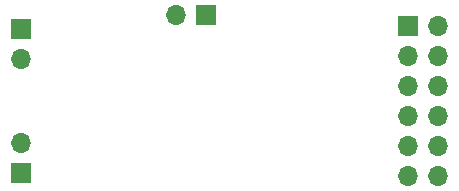
<source format=gbr>
%TF.GenerationSoftware,KiCad,Pcbnew,7.0.10*%
%TF.CreationDate,2024-02-14T05:56:45+09:00*%
%TF.ProjectId,drv8833,64727638-3833-4332-9e6b-696361645f70,rev?*%
%TF.SameCoordinates,Original*%
%TF.FileFunction,Soldermask,Bot*%
%TF.FilePolarity,Negative*%
%FSLAX46Y46*%
G04 Gerber Fmt 4.6, Leading zero omitted, Abs format (unit mm)*
G04 Created by KiCad (PCBNEW 7.0.10) date 2024-02-14 05:56:45*
%MOMM*%
%LPD*%
G01*
G04 APERTURE LIST*
%ADD10R,1.700000X1.700000*%
%ADD11O,1.700000X1.700000*%
G04 APERTURE END LIST*
D10*
%TO.C,J1*%
X134620000Y-58420000D03*
D11*
X137160000Y-58420000D03*
X134620000Y-60960000D03*
X137160000Y-60960000D03*
X134620000Y-63500000D03*
X137160000Y-63500000D03*
X134620000Y-66040000D03*
X137160000Y-66040000D03*
X134620000Y-68580000D03*
X137160000Y-68580000D03*
X134620000Y-71120000D03*
X137160000Y-71120000D03*
%TD*%
D10*
%TO.C,J3*%
X101854000Y-70866000D03*
D11*
X101854000Y-68326000D03*
%TD*%
D10*
%TO.C,J2*%
X101854000Y-58674000D03*
D11*
X101854000Y-61214000D03*
%TD*%
D10*
%TO.C,J4*%
X117551200Y-57429400D03*
D11*
X115011200Y-57429400D03*
%TD*%
M02*

</source>
